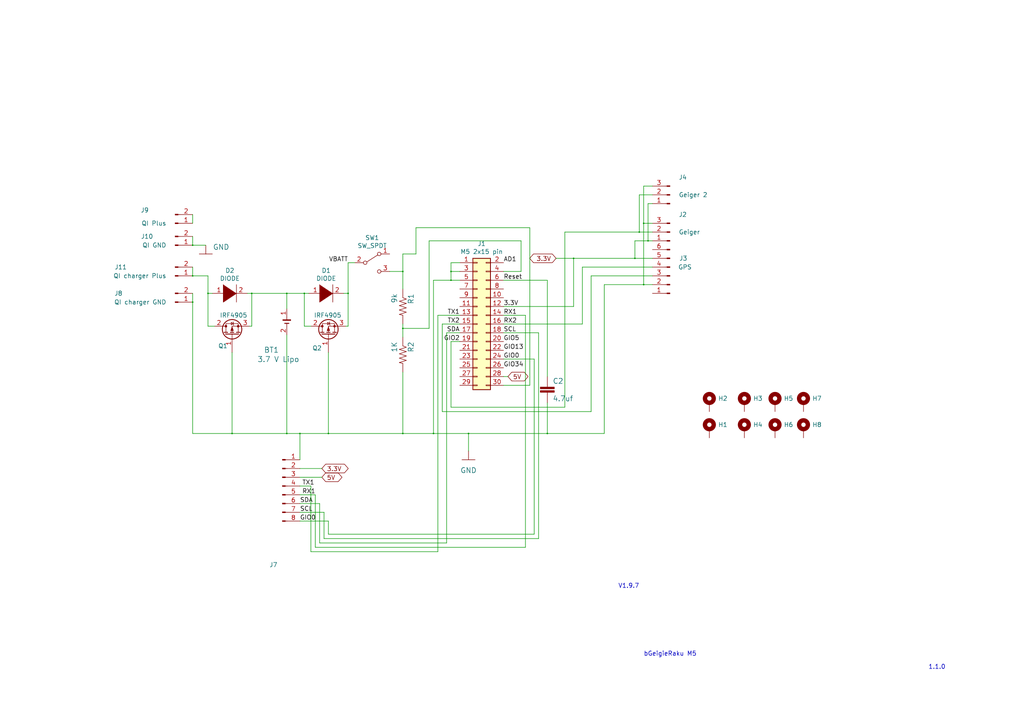
<source format=kicad_sch>
(kicad_sch (version 20210126) (generator eeschema)
  (paper "A4")
  (title_block (date "sam. 04 avril 2015"))
  (lib_symbols
    (symbol "Connector:Conn_01x02_Male" (pin_names hide)
      (property "Reference" "J" (at 0 2.54 0))
      (property "Value" "Conn_01x02_Male" (at 0 -5.08 0))
      (symbol "Conn_01x02_Male_1_1"
        (rectangle (start 0.8636 -2.413) (end 0 -2.667) (fill (type outline)))
        (rectangle (start 0.8636 0.127) (end 0 -0.127) (fill (type outline)))
        (polyline (pts (xy 1.27 -2.54) (xy 0.8636 -2.54)))
        (polyline (pts (xy 1.27 0) (xy 0.8636 0)))
        (pin passive line (at 5.08 0 180) (length 3.81) (name "Pin_1") (number "1"))
        (pin passive line (at 5.08 -2.54 180) (length 3.81) (name "Pin_2") (number "2"))
      )
    )
    (symbol "Connector:Conn_01x03_Male" (pin_names hide)
      (property "Reference" "J" (at 0 5.08 0))
      (property "Value" "Conn_01x03_Male" (at 0 -5.08 0))
      (symbol "Conn_01x03_Male_1_1"
        (rectangle (start 0.8636 -2.413) (end 0 -2.667) (stroke (width 0.1524)) (fill (type outline)))
        (rectangle (start 0.8636 0.127) (end 0 -0.127) (stroke (width 0.1524)) (fill (type outline)))
        (rectangle (start 0.8636 2.667) (end 0 2.413) (stroke (width 0.1524)) (fill (type outline)))
        (polyline (pts (xy 1.27 -2.54) (xy 0.8636 -2.54)) (stroke (width 0.1524)))
        (polyline (pts (xy 1.27 0) (xy 0.8636 0)) (stroke (width 0.1524)))
        (polyline (pts (xy 1.27 2.54) (xy 0.8636 2.54)) (stroke (width 0.1524)))
        (pin passive line (at 5.08 2.54 180) (length 3.81) (name "Pin_1") (number "1"))
        (pin passive line (at 5.08 0 180) (length 3.81) (name "Pin_2") (number "2"))
        (pin passive line (at 5.08 -2.54 180) (length 3.81) (name "Pin_3") (number "3"))
      )
    )
    (symbol "Connector:Conn_01x06_Male" (pin_names (offset 1.016) hide)
      (property "Reference" "J" (at 0 7.62 0))
      (property "Value" "Conn_01x06_Male" (at 0 -10.16 0))
      (symbol "Conn_01x06_Male_1_1"
        (rectangle (start 0.8636 -7.493) (end 0 -7.747) (stroke (width 0.1524)) (fill (type outline)))
        (rectangle (start 0.8636 -4.953) (end 0 -5.207) (stroke (width 0.1524)) (fill (type outline)))
        (rectangle (start 0.8636 -2.413) (end 0 -2.667) (stroke (width 0.1524)) (fill (type outline)))
        (rectangle (start 0.8636 0.127) (end 0 -0.127) (stroke (width 0.1524)) (fill (type outline)))
        (rectangle (start 0.8636 2.667) (end 0 2.413) (stroke (width 0.1524)) (fill (type outline)))
        (rectangle (start 0.8636 5.207) (end 0 4.953) (stroke (width 0.1524)) (fill (type outline)))
        (polyline (pts (xy 1.27 -7.62) (xy 0.8636 -7.62)) (stroke (width 0.1524)))
        (polyline (pts (xy 1.27 -5.08) (xy 0.8636 -5.08)) (stroke (width 0.1524)))
        (polyline (pts (xy 1.27 -2.54) (xy 0.8636 -2.54)) (stroke (width 0.1524)))
        (polyline (pts (xy 1.27 0) (xy 0.8636 0)) (stroke (width 0.1524)))
        (polyline (pts (xy 1.27 2.54) (xy 0.8636 2.54)) (stroke (width 0.1524)))
        (polyline (pts (xy 1.27 5.08) (xy 0.8636 5.08)) (stroke (width 0.1524)))
        (pin passive line (at 5.08 5.08 180) (length 3.81) (name "Pin_1") (number "1"))
        (pin passive line (at 5.08 2.54 180) (length 3.81) (name "Pin_2") (number "2"))
        (pin passive line (at 5.08 0 180) (length 3.81) (name "Pin_3") (number "3"))
        (pin passive line (at 5.08 -2.54 180) (length 3.81) (name "Pin_4") (number "4"))
        (pin passive line (at 5.08 -5.08 180) (length 3.81) (name "Pin_5") (number "5"))
        (pin passive line (at 5.08 -7.62 180) (length 3.81) (name "Pin_6") (number "6"))
      )
    )
    (symbol "Connector:Conn_01x08_Male" (pin_names (offset 1.016) hide)
      (property "Reference" "J" (at 0 10.16 0))
      (property "Value" "Conn_01x08_Male" (at 0 -12.7 0))
      (symbol "Conn_01x08_Male_1_1"
        (rectangle (start 0.8636 -10.033) (end 0 -10.287) (stroke (width 0.1524)) (fill (type outline)))
        (rectangle (start 0.8636 -7.493) (end 0 -7.747) (stroke (width 0.1524)) (fill (type outline)))
        (rectangle (start 0.8636 -4.953) (end 0 -5.207) (stroke (width 0.1524)) (fill (type outline)))
        (rectangle (start 0.8636 -2.413) (end 0 -2.667) (stroke (width 0.1524)) (fill (type outline)))
        (rectangle (start 0.8636 0.127) (end 0 -0.127) (stroke (width 0.1524)) (fill (type outline)))
        (rectangle (start 0.8636 2.667) (end 0 2.413) (stroke (width 0.1524)) (fill (type outline)))
        (rectangle (start 0.8636 5.207) (end 0 4.953) (stroke (width 0.1524)) (fill (type outline)))
        (rectangle (start 0.8636 7.747) (end 0 7.493) (stroke (width 0.1524)) (fill (type outline)))
        (polyline (pts (xy 1.27 -10.16) (xy 0.8636 -10.16)) (stroke (width 0.1524)))
        (polyline (pts (xy 1.27 -7.62) (xy 0.8636 -7.62)) (stroke (width 0.1524)))
        (polyline (pts (xy 1.27 -5.08) (xy 0.8636 -5.08)) (stroke (width 0.1524)))
        (polyline (pts (xy 1.27 -2.54) (xy 0.8636 -2.54)) (stroke (width 0.1524)))
        (polyline (pts (xy 1.27 0) (xy 0.8636 0)) (stroke (width 0.1524)))
        (polyline (pts (xy 1.27 2.54) (xy 0.8636 2.54)) (stroke (width 0.1524)))
        (polyline (pts (xy 1.27 5.08) (xy 0.8636 5.08)) (stroke (width 0.1524)))
        (polyline (pts (xy 1.27 7.62) (xy 0.8636 7.62)) (stroke (width 0.1524)))
        (pin passive line (at 5.08 7.62 180) (length 3.81) (name "Pin_1") (number "1"))
        (pin passive line (at 5.08 5.08 180) (length 3.81) (name "Pin_2") (number "2"))
        (pin passive line (at 5.08 2.54 180) (length 3.81) (name "Pin_3") (number "3"))
        (pin passive line (at 5.08 0 180) (length 3.81) (name "Pin_4") (number "4"))
        (pin passive line (at 5.08 -2.54 180) (length 3.81) (name "Pin_5") (number "5"))
        (pin passive line (at 5.08 -5.08 180) (length 3.81) (name "Pin_6") (number "6"))
        (pin passive line (at 5.08 -7.62 180) (length 3.81) (name "Pin_7") (number "7"))
        (pin passive line (at 5.08 -10.16 180) (length 3.81) (name "Pin_8") (number "8"))
      )
    )
    (symbol "Connector_Generic:Conn_02x15_Odd_Even" (pin_names hide)
      (property "Reference" "J" (at 1.27 20.32 0))
      (property "Value" "Conn_02x15_Odd_Even" (at 1.27 -20.32 0))
      (symbol "Conn_02x15_Odd_Even_1_1"
        (rectangle (start -1.27 -17.653) (end 0 -17.907))
        (rectangle (start -1.27 -15.113) (end 0 -15.367))
        (rectangle (start -1.27 -12.573) (end 0 -12.827))
        (rectangle (start -1.27 -10.033) (end 0 -10.287))
        (rectangle (start -1.27 -7.493) (end 0 -7.747))
        (rectangle (start -1.27 -4.953) (end 0 -5.207))
        (rectangle (start -1.27 -2.413) (end 0 -2.667))
        (rectangle (start -1.27 0.127) (end 0 -0.127))
        (rectangle (start -1.27 2.667) (end 0 2.413))
        (rectangle (start -1.27 5.207) (end 0 4.953))
        (rectangle (start -1.27 7.747) (end 0 7.493))
        (rectangle (start -1.27 10.287) (end 0 10.033))
        (rectangle (start -1.27 12.827) (end 0 12.573))
        (rectangle (start -1.27 15.367) (end 0 15.113))
        (rectangle (start -1.27 17.907) (end 0 17.653))
        (rectangle (start 3.81 -17.653) (end 2.54 -17.907))
        (rectangle (start 3.81 -15.113) (end 2.54 -15.367))
        (rectangle (start 3.81 -12.573) (end 2.54 -12.827))
        (rectangle (start 3.81 -10.033) (end 2.54 -10.287))
        (rectangle (start 3.81 -7.493) (end 2.54 -7.747))
        (rectangle (start 3.81 -4.953) (end 2.54 -5.207))
        (rectangle (start 3.81 -2.413) (end 2.54 -2.667))
        (rectangle (start 3.81 0.127) (end 2.54 -0.127))
        (rectangle (start 3.81 2.667) (end 2.54 2.413))
        (rectangle (start 3.81 5.207) (end 2.54 4.953))
        (rectangle (start 3.81 7.747) (end 2.54 7.493))
        (rectangle (start 3.81 10.287) (end 2.54 10.033))
        (rectangle (start 3.81 12.827) (end 2.54 12.573))
        (rectangle (start 3.81 15.367) (end 2.54 15.113))
        (rectangle (start 3.81 17.907) (end 2.54 17.653))
        (rectangle (start -1.27 19.05) (end 3.81 -19.05) (stroke (width 0.254)) (fill (type background)))
        (pin passive line (at -5.08 17.78 0) (length 3.81) (name "Pin_1") (number "1"))
        (pin passive line (at 7.62 7.62 180) (length 3.81) (name "Pin_10") (number "10"))
        (pin passive line (at -5.08 5.08 0) (length 3.81) (name "Pin_11") (number "11"))
        (pin passive line (at 7.62 5.08 180) (length 3.81) (name "Pin_12") (number "12"))
        (pin passive line (at -5.08 2.54 0) (length 3.81) (name "Pin_13") (number "13"))
        (pin passive line (at 7.62 2.54 180) (length 3.81) (name "Pin_14") (number "14"))
        (pin passive line (at -5.08 0 0) (length 3.81) (name "Pin_15") (number "15"))
        (pin passive line (at 7.62 0 180) (length 3.81) (name "Pin_16") (number "16"))
        (pin passive line (at -5.08 -2.54 0) (length 3.81) (name "Pin_17") (number "17"))
        (pin passive line (at 7.62 -2.54 180) (length 3.81) (name "Pin_18") (number "18"))
        (pin passive line (at -5.08 -5.08 0) (length 3.81) (name "Pin_19") (number "19"))
        (pin passive line (at 7.62 17.78 180) (length 3.81) (name "Pin_2") (number "2"))
        (pin passive line (at 7.62 -5.08 180) (length 3.81) (name "Pin_20") (number "20"))
        (pin passive line (at -5.08 -7.62 0) (length 3.81) (name "Pin_21") (number "21"))
        (pin passive line (at 7.62 -7.62 180) (length 3.81) (name "Pin_22") (number "22"))
        (pin passive line (at -5.08 -10.16 0) (length 3.81) (name "Pin_23") (number "23"))
        (pin passive line (at 7.62 -10.16 180) (length 3.81) (name "Pin_24") (number "24"))
        (pin passive line (at -5.08 -12.7 0) (length 3.81) (name "Pin_25") (number "25"))
        (pin passive line (at 7.62 -12.7 180) (length 3.81) (name "Pin_26") (number "26"))
        (pin passive line (at -5.08 -15.24 0) (length 3.81) (name "Pin_27") (number "27"))
        (pin passive line (at 7.62 -15.24 180) (length 3.81) (name "Pin_28") (number "28"))
        (pin passive line (at -5.08 -17.78 0) (length 3.81) (name "Pin_29") (number "29"))
        (pin passive line (at -5.08 15.24 0) (length 3.81) (name "Pin_3") (number "3"))
        (pin passive line (at 7.62 -17.78 180) (length 3.81) (name "Pin_30") (number "30"))
        (pin passive line (at 7.62 15.24 180) (length 3.81) (name "Pin_4") (number "4"))
        (pin passive line (at -5.08 12.7 0) (length 3.81) (name "Pin_5") (number "5"))
        (pin passive line (at 7.62 12.7 180) (length 3.81) (name "Pin_6") (number "6"))
        (pin passive line (at -5.08 10.16 0) (length 3.81) (name "Pin_7") (number "7"))
        (pin passive line (at 7.62 10.16 180) (length 3.81) (name "Pin_8") (number "8"))
        (pin passive line (at -5.08 7.62 0) (length 3.81) (name "Pin_9") (number "9"))
      )
    )
    (symbol "Mechanical:MountingHole_Pad" (pin_numbers hide) (pin_names hide)
      (property "Reference" "H" (at 0 6.35 0))
      (property "Value" "MountingHole_Pad" (at 0 4.445 0))
      (symbol "MountingHole_Pad_0_1"
        (circle (center 0 1.27) (radius 1.27) (stroke (width 1.27)))
      )
      (symbol "MountingHole_Pad_1_1"
        (pin input line (at 0 -2.54 90) (length 2.54) (name "1") (number "1"))
      )
    )
    (symbol "Switch:SW_SPDT" (pin_names (offset 0) hide)
      (property "Reference" "SW" (at 0 4.318 0))
      (property "Value" "SW_SPDT" (at 0 -5.08 0))
      (symbol "SW_SPDT_0_0"
        (circle (center -2.032 0) (radius 0.508))
        (circle (center 2.032 -2.54) (radius 0.508))
      )
      (symbol "SW_SPDT_0_1"
        (circle (center 2.032 2.54) (radius 0.508))
        (polyline (pts (xy -1.524 0.254) (xy 1.651 2.286)))
      )
      (symbol "SW_SPDT_1_1"
        (pin passive line (at 5.08 2.54 180) (length 2.54) (name "A") (number "1"))
        (pin passive line (at -5.08 0 0) (length 2.54) (name "B") (number "2"))
        (pin passive line (at 5.08 -2.54 180) (length 2.54) (name "C") (number "3"))
      )
    )
    (symbol "Transistor_FET:IRF4905" (pin_names (offset 0) hide)
      (property "Reference" "Q" (at 5.08 1.905 0))
      (property "Value" "IRF4905" (at 5.08 0 0))
      (symbol "IRF4905_0_1"
        (circle (center 1.651 0) (radius 2.8194) (stroke (width 0.254)))
        (circle (center 2.54 -1.778) (radius 0.2794) (fill (type outline)))
        (circle (center 2.54 1.778) (radius 0.2794) (fill (type outline)))
        (polyline (pts (xy 0.762 -1.778) (xy 2.54 -1.778)))
        (polyline (pts (xy 0.762 -1.27) (xy 0.762 -2.286)) (stroke (width 0.254)))
        (polyline (pts (xy 0.762 0) (xy 2.54 0)))
        (polyline (pts (xy 0.762 0.508) (xy 0.762 -0.508)) (stroke (width 0.254)))
        (polyline (pts (xy 0.762 1.778) (xy 2.54 1.778)))
        (polyline (pts (xy 0.762 2.286) (xy 0.762 1.27)) (stroke (width 0.254)))
        (polyline (pts (xy 2.54 -1.778) (xy 2.54 -2.54)))
        (polyline (pts (xy 2.54 -1.778) (xy 2.54 0)))
        (polyline (pts (xy 2.54 2.54) (xy 2.54 1.778)))
        (polyline (pts (xy 0.254 1.905) (xy 0.254 -1.905) (xy 0.254 -1.905)) (stroke (width 0.254)))
        (polyline (pts (xy 2.54 -1.778) (xy 3.302 -1.778) (xy 3.302 1.778) (xy 2.54 1.778)))
        (polyline (pts (xy 2.794 -0.508) (xy 2.921 -0.381) (xy 3.683 -0.381) (xy 3.81 -0.254)))
        (polyline (pts (xy 3.302 -0.381) (xy 2.921 0.254) (xy 3.683 0.254) (xy 3.302 -0.381)))
        (polyline (pts (xy 2.286 0) (xy 1.27 -0.381) (xy 1.27 0.381) (xy 2.286 0)) (fill (type outline)))
      )
      (symbol "IRF4905_1_1"
        (pin input line (at -5.08 0 0) (length 5.334) (name "G") (number "1"))
        (pin passive line (at 2.54 5.08 270) (length 2.54) (name "D") (number "2"))
        (pin passive line (at 2.54 -5.08 90) (length 2.54) (name "S") (number "3"))
      )
    )
    (symbol "bGeigieRaku-V2-rescue:BATTERY-akizuki-M5_board-rescue" (pin_names hide)
      (property "Reference" "BT" (at 0 -7.62 0))
      (property "Value" "BATTERY-akizuki-M5_board-rescue" (at 0 6.35 0))
      (symbol "BATTERY-akizuki-M5_board-rescue_0_1"
        (rectangle (start -0.635 -0.381) (end 0.635 -0.508))
        (rectangle (start -1.143 0.635) (end 1.143 0.381) (fill (type outline)))
        (polyline (pts (xy 0 -0.508) (xy 0 -1.27)))
        (polyline (pts (xy 0 1.27) (xy 0 0.635)))
      )
      (symbol "BATTERY-akizuki-M5_board-rescue_1_1"
        (pin input line (at 0 3.81 270) (length 2.54) (name "+") (number "1"))
        (pin input line (at 0 -3.81 90) (length 2.54) (name "-") (number "2"))
      )
    )
    (symbol "bGeigieRaku-V2-rescue:GND-bGeigieNano_V1.1.5" (power)
      (property "Value" "GND-bGeigieNano_V1.1.5" (at 0 -0.254 0))
      (symbol "GND-bGeigieNano_V1.1.5_1_0"
        (polyline (pts (xy -1.905 0) (xy 1.905 0)))
        (pin power_in line (at 0 2.54 270) (length 2.54) (name "GND") (number "1"))
      )
    )
    (symbol "bGeigieRaku-V2-rescue:bGeigieNano_V1.1.5-eagle-import_C-EU025-024X044-bGeigieNano_V1.1.5-cache"
      (property "Reference" "C" (at 1.524 0.381 0))
      (property "Value" "bGeigieNano_V1.1.5-eagle-import_C-EU025-024X044-bGeigieNano_V1.1.5-cache" (at 1.524 -4.699 0))
      (symbol "bGeigieNano_V1.1.5-eagle-import_C-EU025-024X044-bGeigieNano_V1.1.5-cache_1_0"
        (rectangle (start -2.032 -2.032) (end 2.032 -1.524) (fill (type outline)))
        (rectangle (start -2.032 -1.016) (end 2.032 -0.508) (fill (type outline)))
        (polyline (pts (xy 0 -2.54) (xy 0 -2.032)))
        (polyline (pts (xy 0 0) (xy 0 -0.508)))
        (pin passive line (at 0 2.54 270) (length 2.54) (name "1") (number "1"))
        (pin passive line (at 0 -5.08 90) (length 2.54) (name "2") (number "2"))
      )
    )
    (symbol "bGeigieRaku-V2-rescue:bGeigieNano_V1.1.5-eagle-import_R-US_0207_10-bGeigieNano_V1.1.5-cache"
      (property "Reference" "R" (at -3.81 1.4986 0))
      (property "Value" "bGeigieNano_V1.1.5-eagle-import_R-US_0207_10-bGeigieNano_V1.1.5-cache" (at -3.81 -3.302 0))
      (symbol "bGeigieNano_V1.1.5-eagle-import_R-US_0207_10-bGeigieNano_V1.1.5-cache_1_0"
        (polyline (pts (xy -2.54 0) (xy -2.159 1.016)))
        (polyline (pts (xy -2.159 1.016) (xy -1.524 -1.016)))
        (polyline (pts (xy -1.524 -1.016) (xy -0.889 1.016)))
        (polyline (pts (xy -0.889 1.016) (xy -0.254 -1.016)))
        (polyline (pts (xy -0.254 -1.016) (xy 0.381 1.016)))
        (polyline (pts (xy 0.381 1.016) (xy 1.016 -1.016)))
        (polyline (pts (xy 1.016 -1.016) (xy 1.651 1.016)))
        (polyline (pts (xy 1.651 1.016) (xy 2.286 -1.016)))
        (polyline (pts (xy 2.286 -1.016) (xy 2.54 0)))
        (pin passive line (at -5.08 0 0) (length 2.54) (name "1") (number "1"))
        (pin passive line (at 5.08 0 180) (length 2.54) (name "2") (number "2"))
      )
    )
    (symbol "pspice:DIODE" (pin_names (offset 1.016) hide)
      (property "Reference" "D" (at 0 3.81 0))
      (property "Value" "DIODE" (at 0 -4.445 0))
      (symbol "DIODE_0_1"
        (polyline (pts (xy 1.905 2.54) (xy 1.905 -2.54)))
        (polyline (pts (xy -1.905 2.54) (xy -1.905 -2.54) (xy 1.905 0)) (fill (type outline)))
      )
      (symbol "DIODE_1_1"
        (pin input line (at -5.08 0 0) (length 3.81) (name "K") (number "1"))
        (pin input line (at 5.08 0 180) (length 3.81) (name "A") (number "2"))
      )
    )
  )
  (junction (at 55.88 71.12) (diameter 0.3048))
  (junction (at 55.88 80.01) (diameter 0.3048))
  (junction (at 55.88 87.63) (diameter 0.3048))
  (junction (at 60.325 85.09) (diameter 0.3048))
  (junction (at 67.31 125.73) (diameter 0.3048))
  (junction (at 73.025 85.09) (diameter 0.3048))
  (junction (at 83.185 85.09) (diameter 0.3048))
  (junction (at 83.185 125.73) (diameter 0.3048))
  (junction (at 86.995 125.73) (diameter 0.3048))
  (junction (at 88.265 85.09) (diameter 0.3048))
  (junction (at 95.25 125.73) (diameter 0.3048))
  (junction (at 100.965 85.09) (diameter 0.3048))
  (junction (at 116.84 78.74) (diameter 0.3048))
  (junction (at 116.84 95.25) (diameter 0.3048))
  (junction (at 116.84 125.73) (diameter 0.3048))
  (junction (at 125.73 125.73) (diameter 0.3048))
  (junction (at 130.81 78.74) (diameter 0.3048))
  (junction (at 130.81 81.28) (diameter 0.3048))
  (junction (at 135.89 125.73) (diameter 0.3048))
  (junction (at 158.75 125.73) (diameter 0.3048))
  (junction (at 166.37 74.93) (diameter 0.3048))
  (junction (at 184.15 74.93) (diameter 0.3048))
  (junction (at 185.42 67.31) (diameter 0.3048))
  (junction (at 186.69 64.77) (diameter 0.3048))
  (junction (at 186.69 82.55) (diameter 0.3048))
  (junction (at 187.96 69.85) (diameter 0.3048))
  (wire (pts (xy 55.88 62.23) (xy 55.88 64.77)))
  (wire (pts (xy 55.88 68.58) (xy 55.88 71.12)))
  (wire (pts (xy 55.88 71.12) (xy 59.69 71.12)))
  (wire (pts (xy 55.88 77.47) (xy 55.88 80.01)))
  (wire (pts (xy 55.88 80.01) (xy 60.325 80.01)))
  (wire (pts (xy 55.88 85.09) (xy 55.88 87.63)))
  (wire (pts (xy 55.88 87.63) (xy 55.88 125.73)))
  (wire (pts (xy 55.88 125.73) (xy 67.31 125.73)))
  (wire (pts (xy 60.325 80.01) (xy 60.325 85.09)))
  (wire (pts (xy 60.325 85.09) (xy 60.325 94.615)))
  (wire (pts (xy 60.325 85.09) (xy 61.595 85.09)))
  (wire (pts (xy 62.23 94.615) (xy 60.325 94.615)))
  (wire (pts (xy 67.31 102.235) (xy 67.31 125.73)))
  (wire (pts (xy 67.31 125.73) (xy 83.185 125.73)))
  (wire (pts (xy 71.755 85.09) (xy 73.025 85.09)))
  (wire (pts (xy 72.39 94.615) (xy 73.025 94.615)))
  (wire (pts (xy 73.025 85.09) (xy 73.025 94.615)))
  (wire (pts (xy 73.025 85.09) (xy 83.185 85.09)))
  (wire (pts (xy 83.185 85.09) (xy 88.265 85.09)))
  (wire (pts (xy 83.185 89.535) (xy 83.185 85.09)))
  (wire (pts (xy 83.185 125.73) (xy 83.185 97.155)))
  (wire (pts (xy 86.995 125.73) (xy 83.185 125.73)))
  (wire (pts (xy 86.995 133.35) (xy 86.995 125.73)))
  (wire (pts (xy 86.995 135.89) (xy 93.345 135.89)))
  (wire (pts (xy 86.995 138.43) (xy 93.345 138.43)))
  (wire (pts (xy 88.265 85.09) (xy 88.265 94.615)))
  (wire (pts (xy 88.265 85.09) (xy 89.535 85.09)))
  (wire (pts (xy 90.17 94.615) (xy 88.265 94.615)))
  (wire (pts (xy 90.17 140.97) (xy 86.995 140.97)))
  (wire (pts (xy 90.17 160.02) (xy 90.17 140.97)))
  (wire (pts (xy 90.17 160.02) (xy 127 160.02)))
  (wire (pts (xy 91.44 143.51) (xy 86.995 143.51)))
  (wire (pts (xy 91.44 158.75) (xy 91.44 143.51)))
  (wire (pts (xy 92.71 146.05) (xy 86.995 146.05)))
  (wire (pts (xy 92.71 157.48) (xy 92.71 146.05)))
  (wire (pts (xy 93.98 148.59) (xy 86.995 148.59)))
  (wire (pts (xy 93.98 156.21) (xy 93.98 148.59)))
  (wire (pts (xy 95.25 102.235) (xy 95.25 125.73)))
  (wire (pts (xy 95.25 125.73) (xy 86.995 125.73)))
  (wire (pts (xy 95.25 125.73) (xy 116.84 125.73)))
  (wire (pts (xy 95.25 151.13) (xy 86.995 151.13)))
  (wire (pts (xy 95.25 154.94) (xy 95.25 151.13)))
  (wire (pts (xy 99.695 85.09) (xy 100.965 85.09)))
  (wire (pts (xy 100.33 94.615) (xy 100.965 94.615)))
  (wire (pts (xy 100.965 76.2) (xy 102.87 76.2)))
  (wire (pts (xy 100.965 85.09) (xy 100.965 76.2)))
  (wire (pts (xy 100.965 85.09) (xy 100.965 94.615)))
  (wire (pts (xy 113.03 78.74) (xy 116.84 78.74)))
  (wire (pts (xy 116.84 73.66) (xy 116.84 78.74)))
  (wire (pts (xy 116.84 73.66) (xy 120.65 73.66)))
  (wire (pts (xy 116.84 78.74) (xy 116.84 83.82)))
  (wire (pts (xy 116.84 93.98) (xy 116.84 95.25)))
  (wire (pts (xy 116.84 95.25) (xy 116.84 97.79)))
  (wire (pts (xy 116.84 95.25) (xy 124.46 95.25)))
  (wire (pts (xy 116.84 107.95) (xy 116.84 125.73)))
  (wire (pts (xy 116.84 125.73) (xy 125.73 125.73)))
  (wire (pts (xy 120.65 66.04) (xy 153.67 66.04)))
  (wire (pts (xy 120.65 73.66) (xy 120.65 66.04)))
  (wire (pts (xy 124.46 69.85) (xy 124.46 95.25)))
  (wire (pts (xy 124.46 69.85) (xy 151.13 69.85)))
  (wire (pts (xy 125.73 81.28) (xy 130.81 81.28)))
  (wire (pts (xy 125.73 125.73) (xy 125.73 81.28)))
  (wire (pts (xy 125.73 125.73) (xy 135.89 125.73)))
  (wire (pts (xy 127 91.44) (xy 127 160.02)))
  (wire (pts (xy 127 91.44) (xy 133.35 91.44)))
  (wire (pts (xy 128.27 93.98) (xy 133.35 93.98)))
  (wire (pts (xy 128.27 119.38) (xy 128.27 93.98)))
  (wire (pts (xy 129.54 96.52) (xy 129.54 157.48)))
  (wire (pts (xy 129.54 157.48) (xy 92.71 157.48)))
  (wire (pts (xy 130.81 76.2) (xy 133.35 76.2)))
  (wire (pts (xy 130.81 78.74) (xy 130.81 76.2)))
  (wire (pts (xy 130.81 78.74) (xy 133.35 78.74)))
  (wire (pts (xy 130.81 81.28) (xy 130.81 78.74)))
  (wire (pts (xy 130.81 81.28) (xy 133.35 81.28)))
  (wire (pts (xy 130.81 99.06) (xy 133.35 99.06)))
  (wire (pts (xy 130.81 118.11) (xy 130.81 99.06)))
  (wire (pts (xy 130.81 118.11) (xy 163.83 118.11)))
  (wire (pts (xy 133.35 96.52) (xy 129.54 96.52)))
  (wire (pts (xy 135.89 125.73) (xy 135.89 130.81)))
  (wire (pts (xy 146.05 78.74) (xy 151.13 78.74)))
  (wire (pts (xy 146.05 81.28) (xy 158.75 81.28)))
  (wire (pts (xy 146.05 88.9) (xy 166.37 88.9)))
  (wire (pts (xy 146.05 91.44) (xy 152.4 91.44)))
  (wire (pts (xy 146.05 96.52) (xy 156.21 96.52)))
  (wire (pts (xy 146.05 104.14) (xy 154.94 104.14)))
  (wire (pts (xy 146.05 109.22) (xy 147.32 109.22)))
  (wire (pts (xy 151.13 69.85) (xy 151.13 78.74)))
  (wire (pts (xy 152.4 91.44) (xy 152.4 158.75)))
  (wire (pts (xy 152.4 158.75) (xy 91.44 158.75)))
  (wire (pts (xy 153.67 66.04) (xy 153.67 111.76)))
  (wire (pts (xy 153.67 111.76) (xy 146.05 111.76)))
  (wire (pts (xy 154.94 104.14) (xy 154.94 154.94)))
  (wire (pts (xy 154.94 154.94) (xy 95.25 154.94)))
  (wire (pts (xy 156.21 96.52) (xy 156.21 156.21)))
  (wire (pts (xy 156.21 156.21) (xy 93.98 156.21)))
  (wire (pts (xy 158.75 81.28) (xy 158.75 109.22)))
  (wire (pts (xy 158.75 116.84) (xy 158.75 125.73)))
  (wire (pts (xy 158.75 125.73) (xy 135.89 125.73)))
  (wire (pts (xy 161.29 74.93) (xy 166.37 74.93)))
  (wire (pts (xy 163.83 67.31) (xy 163.83 118.11)))
  (wire (pts (xy 163.83 67.31) (xy 185.42 67.31)))
  (wire (pts (xy 166.37 74.93) (xy 184.15 74.93)))
  (wire (pts (xy 166.37 88.9) (xy 166.37 74.93)))
  (wire (pts (xy 168.91 77.47) (xy 168.91 93.98)))
  (wire (pts (xy 168.91 93.98) (xy 146.05 93.98)))
  (wire (pts (xy 171.45 80.01) (xy 171.45 119.38)))
  (wire (pts (xy 171.45 119.38) (xy 128.27 119.38)))
  (wire (pts (xy 175.26 82.55) (xy 175.26 125.73)))
  (wire (pts (xy 175.26 125.73) (xy 158.75 125.73)))
  (wire (pts (xy 184.15 69.85) (xy 187.96 69.85)))
  (wire (pts (xy 184.15 74.93) (xy 184.15 69.85)))
  (wire (pts (xy 184.15 74.93) (xy 189.23 74.93)))
  (wire (pts (xy 185.42 56.515) (xy 185.42 67.31)))
  (wire (pts (xy 186.69 53.975) (xy 189.23 53.975)))
  (wire (pts (xy 186.69 64.77) (xy 186.69 53.975)))
  (wire (pts (xy 186.69 64.77) (xy 189.23 64.77)))
  (wire (pts (xy 186.69 82.55) (xy 175.26 82.55)))
  (wire (pts (xy 186.69 82.55) (xy 186.69 64.77)))
  (wire (pts (xy 187.96 59.055) (xy 189.23 59.055)))
  (wire (pts (xy 187.96 69.85) (xy 187.96 59.055)))
  (wire (pts (xy 187.96 69.85) (xy 189.23 69.85)))
  (wire (pts (xy 189.23 56.515) (xy 185.42 56.515)))
  (wire (pts (xy 189.23 67.31) (xy 185.42 67.31)))
  (wire (pts (xy 189.23 77.47) (xy 168.91 77.47)))
  (wire (pts (xy 189.23 80.01) (xy 171.45 80.01)))
  (wire (pts (xy 189.23 82.55) (xy 186.69 82.55)))
  (text "\n" (at 179.07 175.26 0) (effects (font (size 1.27 1.27)) (justify left bottom)))
  (text "V1.9.7" (at 185.42 170.815 180) (effects (font (size 1.27 1.27)) (justify right bottom)))
  (text "bGeigieRaku M5" (at 186.69 190.5 0) (effects (font (size 1.27 1.27)) (justify left bottom)))
  (text "1.1.0" (at 269.24 194.31 0) (effects (font (size 1.27 1.27)) (justify left bottom)))
  (label "SDA" (at 86.995 146.05 0))
  (label "SCL" (at 86.995 148.59 0))
  (label "GIO0" (at 86.995 151.13 0))
  (label "TX1" (at 87.63 140.97 0))
  (label "RX1" (at 87.63 143.51 0))
  (label "VBATT" (at 100.965 76.2 180))
  (label "TX1" (at 133.35 91.44 180))
  (label "TX2" (at 133.35 93.98 180))
  (label "SDA" (at 133.35 96.52 180))
  (label "GIO2" (at 133.35 99.06 180))
  (label "AD1" (at 146.05 76.2 0))
  (label "Reset" (at 146.05 81.28 0))
  (label "3.3V" (at 146.05 88.9 0))
  (label "RX1" (at 146.05 91.44 0))
  (label "RX2" (at 146.05 93.98 0))
  (label "SCL" (at 146.05 96.52 0))
  (label "GIO5" (at 146.05 99.06 0))
  (label "GIO13" (at 146.05 101.6 0))
  (label "GIO0" (at 146.05 104.14 0))
  (label "GIO34" (at 146.05 106.68 0))
  (global_label "3.3V" (shape bidirectional) (at 93.345 135.89 0) (property "Intersheet References" "${INTERSHEET_REFS}" (effects hide)))
  (global_label "5V" (shape bidirectional) (at 93.345 138.43 0) (property "Intersheet References" "${INTERSHEET_REFS}" (effects hide)))
  (global_label "5V" (shape bidirectional) (at 147.32 109.22 0) (property "Intersheet References" "${INTERSHEET_REFS}" (effects hide)))
  (global_label "3.3V" (shape bidirectional) (at 161.29 74.93 180) (property "Intersheet References" "${INTERSHEET_REFS}" (effects hide)))
  (symbol (lib_id "bGeigieRaku-V2-rescue:GND-bGeigieNano_V1.1.5") (at 59.69 73.66 0) (unit 1)
    (property "Reference" "#GND0101" (effects hide))
    (property "Value" "GND" (at 64.135 71.6534 0) (effects (font (size 1.4986 1.4986))))
  )
  (symbol (lib_id "bGeigieRaku-V2-rescue:GND-bGeigieNano_V1.1.5") (at 135.89 133.35 0) (unit 1)
    (property "Reference" "#GND01" (effects hide))
    (property "Value" "GND" (at 135.89 136.4234 0) (effects (font (size 1.4986 1.4986))))
  )
  (symbol (lib_id "bGeigieRaku-V2-rescue:BATTERY-akizuki-M5_board-rescue") (at 83.185 93.345 0) (unit 1)
    (property "Reference" "BT1" (at 76.5302 101.4984 0) (effects (font (size 1.524 1.524)) (justify left)))
    (property "Value" " 3.7 V Lipo" (at 74.6252 104.2162 0) (effects (font (size 1.524 1.524)) (justify left)))
    (property "Footprint" "Battery_Holders:BATTERY_18650-HOLDER" (effects hide))
  )
  (symbol (lib_id "bGeigieRaku-V2-rescue:bGeigieNano_V1.1.5-eagle-import_R-US_0207_10-bGeigieNano_V1.1.5-cache") (at 116.84 88.9 270) (unit 1)
    (property "Reference" "R1" (at 118.3386 85.09 0) (effects (font (size 1.4986 1.4986)) (justify left bottom)))
    (property "Value" "9k" (at 113.538 85.09 0) (effects (font (size 1.4986 1.4986)) (justify left bottom)))
    (property "Footprint" "bGeigieNano V1.1.5:0207_10" (effects hide))
  )
  (symbol (lib_id "bGeigieRaku-V2-rescue:bGeigieNano_V1.1.5-eagle-import_R-US_0207_10-bGeigieNano_V1.1.5-cache") (at 116.84 102.87 270) (unit 1)
    (property "Reference" "R2" (at 118.3386 99.06 0) (effects (font (size 1.4986 1.4986)) (justify left bottom)))
    (property "Value" "1K" (at 113.538 99.06 0) (effects (font (size 1.4986 1.4986)) (justify left bottom)))
    (property "Footprint" "bGeigieNano V1.1.5:0207_10" (effects hide))
  )
  (symbol (lib_id "Mechanical:MountingHole_Pad") (at 205.74 116.84 0) (unit 1)
    (property "Reference" "H2" (at 208.28 115.57 0) (effects (justify left)))
    (property "Value" "MountingHole_Pad" (effects hide))
    (property "Footprint" "MountingHole:MountingHole_3.2mm_M3" (effects hide))
  )
  (symbol (lib_id "Mechanical:MountingHole_Pad") (at 205.74 124.46 0) (unit 1)
    (property "Reference" "H1" (at 208.28 123.19 0) (effects (justify left)))
    (property "Value" "MountingHole_Pad" (effects hide))
    (property "Footprint" "MountingHole:MountingHole_3.2mm_M3" (effects hide))
  )
  (symbol (lib_id "Mechanical:MountingHole_Pad") (at 215.9 116.84 0) (unit 1)
    (property "Reference" "H3" (at 218.44 115.57 0) (effects (justify left)))
    (property "Value" "MountingHole_Pad" (effects hide))
    (property "Footprint" "MountingHole:MountingHole_3.2mm_M3" (effects hide))
  )
  (symbol (lib_id "Mechanical:MountingHole_Pad") (at 215.9 124.46 0) (unit 1)
    (property "Reference" "H4" (at 218.44 123.19 0) (effects (justify left)))
    (property "Value" "MountingHole_Pad" (effects hide))
    (property "Footprint" "MountingHole:MountingHole_3.2mm_M3" (effects hide))
  )
  (symbol (lib_id "Mechanical:MountingHole_Pad") (at 224.79 116.84 0) (unit 1)
    (property "Reference" "H5" (at 227.33 115.57 0) (effects (justify left)))
    (property "Value" "MountingHole_Pad" (effects hide))
    (property "Footprint" "MountingHole:MountingHole_3.2mm_M3" (effects hide))
  )
  (symbol (lib_id "Mechanical:MountingHole_Pad") (at 224.79 124.46 0) (unit 1)
    (property "Reference" "H6" (at 227.33 123.19 0) (effects (justify left)))
    (property "Value" "MountingHole_Pad" (effects hide))
    (property "Footprint" "MountingHole:MountingHole_3.2mm_M3" (effects hide))
  )
  (symbol (lib_id "Mechanical:MountingHole_Pad") (at 233.045 116.84 0) (unit 1)
    (property "Reference" "H7" (at 235.585 115.57 0) (effects (justify left)))
    (property "Value" "MountingHole_Pad" (effects hide))
    (property "Footprint" "MountingHole:MountingHole_3.2mm_M3" (effects hide))
  )
  (symbol (lib_id "Mechanical:MountingHole_Pad") (at 233.045 124.46 0) (unit 1)
    (property "Reference" "H8" (at 235.585 123.19 0) (effects (justify left)))
    (property "Value" "MountingHole_Pad" (effects hide))
    (property "Footprint" "MountingHole:MountingHole_3.2mm_M3" (effects hide))
  )
  (symbol (lib_id "Connector:Conn_01x02_Male") (at 50.8 64.77 0) (mirror x) (unit 1)
    (property "Reference" "J9" (at 43.18 60.96 0) (effects (justify right)))
    (property "Value" "QI Plus" (at 48.26 64.77 0) (effects (justify right)))
    (property "Footprint" "Connector_PinHeader_2.54mm:PinHeader_1x02_P2.54mm_Vertical" (effects hide))
  )
  (symbol (lib_id "Connector:Conn_01x02_Male") (at 50.8 71.12 0) (mirror x) (unit 1)
    (property "Reference" "J10" (at 44.45 68.58 0) (effects (justify right)))
    (property "Value" "QI GND" (at 48.26 71.12 0) (effects (justify right)))
    (property "Footprint" "Connector_PinHeader_2.54mm:PinHeader_1x02_P2.54mm_Vertical" (effects hide))
  )
  (symbol (lib_id "Connector:Conn_01x02_Male") (at 50.8 80.01 0) (mirror x) (unit 1)
    (property "Reference" "J11" (at 36.83 77.47 0) (effects (justify right)))
    (property "Value" "QI charger Plus" (at 48.26 80.01 0) (effects (justify right)))
    (property "Footprint" "Connector_PinHeader_2.54mm:PinHeader_1x02_P2.54mm_Vertical" (effects hide))
  )
  (symbol (lib_id "Connector:Conn_01x02_Male") (at 50.8 87.63 0) (mirror x) (unit 1)
    (property "Reference" "J8" (at 35.56 85.09 0) (effects (justify right)))
    (property "Value" "QI charger GND" (at 48.26 87.63 0) (effects (justify right)))
    (property "Footprint" "Connector_PinHeader_2.54mm:PinHeader_1x02_P2.54mm_Vertical" (effects hide))
  )
  (symbol (lib_id "bGeigieRaku-V2-rescue:bGeigieNano_V1.1.5-eagle-import_C-EU025-024X044-bGeigieNano_V1.1.5-cache") (at 158.75 111.76 0) (unit 1)
    (property "Reference" "C2" (at 160.274 111.379 0) (effects (font (size 1.4986 1.4986)) (justify left bottom)))
    (property "Value" "4.7uf" (at 160.274 116.459 0) (effects (font (size 1.4986 1.4986)) (justify left bottom)))
    (property "Footprint" "bGeigieNano V1.1.5:C025-024X044" (effects hide))
  )
  (symbol (lib_id "Connector:Conn_01x03_Male") (at 194.31 56.515 180) (unit 1)
    (property "Reference" "J4" (at 196.85 51.435 0) (effects (justify right)))
    (property "Value" "Geiger 2" (at 196.85 56.515 0) (effects (justify right)))
    (property "Footprint" "Connector_PinHeader_2.54mm:PinHeader_1x03_P2.54mm_Vertical" (effects hide))
  )
  (symbol (lib_id "Connector:Conn_01x03_Male") (at 194.31 67.31 180) (unit 1)
    (property "Reference" "J2" (at 196.85 62.23 0) (effects (justify right)))
    (property "Value" "Geiger" (at 196.85 67.31 0) (effects (justify right)))
    (property "Footprint" "Connector_PinHeader_2.54mm:PinHeader_1x03_P2.54mm_Vertical" (effects hide))
  )
  (symbol (lib_id "pspice:DIODE") (at 66.675 85.09 0) (unit 1)
    (property "Reference" "D2" (at 66.675 78.4668 0))
    (property "Value" "DIODE" (at 66.675 80.7655 0))
    (property "Footprint" "Diode_THT:D_DO-15_P15.24mm_Horizontal" (effects hide))
  )
  (symbol (lib_id "pspice:DIODE") (at 94.615 85.09 0) (unit 1)
    (property "Reference" "D1" (at 94.615 78.4668 0))
    (property "Value" "DIODE" (at 94.615 80.7655 0))
    (property "Footprint" "Diode_THT:D_DO-15_P15.24mm_Horizontal" (effects hide))
  )
  (symbol (lib_id "Switch:SW_SPDT") (at 107.95 76.2 0) (unit 1)
    (property "Reference" "SW1" (at 107.95 68.961 0))
    (property "Value" "SW_SPDT" (at 107.95 71.2724 0))
    (property "Footprint" "bGeigieNanoKit V1.1r5a:EG1206" (effects hide))
  )
  (symbol (lib_id "Connector:Conn_01x06_Male") (at 194.31 80.01 180) (unit 1)
    (property "Reference" "J3" (at 199.39 74.93 0) (effects (justify left)))
    (property "Value" "GPS" (at 200.66 77.47 0) (effects (justify left)))
    (property "Footprint" "Connector_PinSocket_2.54mm:PinSocket_1x06_P2.54mm_Vertical" (effects hide))
  )
  (symbol (lib_id "Connector:Conn_01x08_Male") (at 81.915 140.97 0) (unit 1)
    (property "Reference" "J7" (at 78.105 163.83 0) (effects (justify left)))
    (property "Value" "Conn_01x14_Female" (effects hide))
    (property "Footprint" "Connector_PinHeader_2.54mm:PinHeader_1x10_P2.54mm_Vertical" (effects hide))
  )
  (symbol (lib_id "Transistor_FET:IRF4905") (at 67.31 97.155 90) (unit 1)
    (property "Reference" "Q1" (at 66.04 100.33 90) (effects (justify left)))
    (property "Value" "IRF4905" (at 71.755 91.44 90) (effects (justify left)))
    (property "Footprint" "Package_TO_SOT_THT:TO-220-3_Vertical" (effects hide))
    (property "Datasheet" "https://www.digikey.com/en/products/detail/infineon-technologies/IRF4905LPBF/1928053" (effects hide))
    (property "Manf#" "Digikey" (effects hide))
  )
  (symbol (lib_id "Transistor_FET:IRF4905") (at 95.25 97.155 90) (unit 1)
    (property "Reference" "Q2" (at 93.345 100.965 90) (effects (justify left)))
    (property "Value" "IRF4905" (at 99.06 91.44 90) (effects (justify left)))
    (property "Footprint" "Package_TO_SOT_THT:TO-220-3_Vertical" (effects hide))
    (property "Datasheet" "https://www.digikey.com/en/products/detail/infineon-technologies/IRF4905LPBF/1928053" (effects hide))
    (property "Manf#" "Digikey" (effects hide))
  )
  (symbol (lib_id "Connector_Generic:Conn_02x15_Odd_Even") (at 138.43 93.98 0) (unit 1)
    (property "Reference" "J1" (at 139.7 70.6882 0))
    (property "Value" "M5 2x15 pin" (at 139.7 72.9996 0))
    (property "Footprint" "Connector_PinHeader_2.54mm:PinHeader_2x15_P2.54mm_Vertical_SMD" (effects hide))
  )
)
</source>
